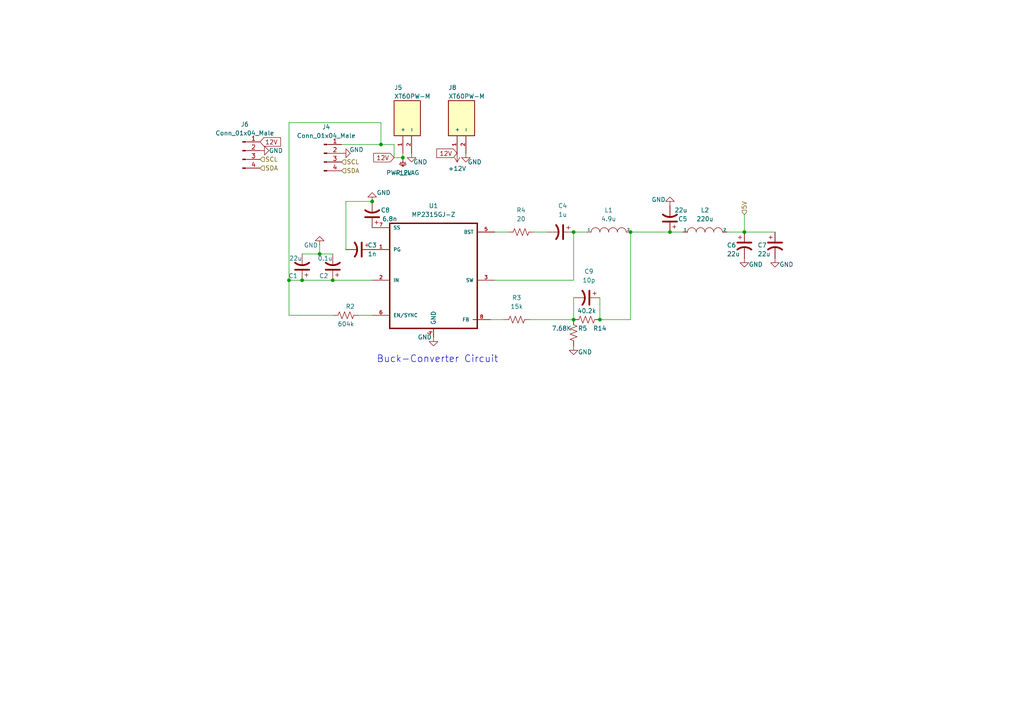
<source format=kicad_sch>
(kicad_sch (version 20211123) (generator eeschema)
  (paper "A4")
  (lib_symbols
    (symbol "Connector:Conn_01x04_Male" (pin_names (offset 1.016) hide)
      (property "Reference" "J" (at 0 5.08 0))
      (property "Value" "Conn_01x04_Male" (at 0 -7.62 0))
      (symbol "Conn_01x04_Male_1_1"
        (polyline (pts (xy 1.27 -5.08) (xy 0.8636 -5.08)) (stroke (width 0.1524)))
        (polyline (pts (xy 1.27 -2.54) (xy 0.8636 -2.54)) (stroke (width 0.1524)))
        (polyline (pts (xy 1.27 0) (xy 0.8636 0)) (stroke (width 0.1524)))
        (polyline (pts (xy 1.27 2.54) (xy 0.8636 2.54)) (stroke (width 0.1524)))
        (rectangle (start 0.8636 -4.953) (end 0 -5.207) (stroke (width 0.1524)) (fill (type outline)))
        (rectangle (start 0.8636 -2.413) (end 0 -2.667) (stroke (width 0.1524)) (fill (type outline)))
        (rectangle (start 0.8636 0.127) (end 0 -0.127) (stroke (width 0.1524)) (fill (type outline)))
        (rectangle (start 0.8636 2.667) (end 0 2.413) (stroke (width 0.1524)) (fill (type outline)))
        (pin passive line (at 5.08 2.54 180) (length 3.81) (name "Pin_1") (number "1"))
        (pin passive line (at 5.08 0 180) (length 3.81) (name "Pin_2") (number "2"))
        (pin passive line (at 5.08 -2.54 180) (length 3.81) (name "Pin_3") (number "3"))
        (pin passive line (at 5.08 -5.08 180) (length 3.81) (name "Pin_4") (number "4"))
      )
    )
    (symbol "Device:C_Polarized_US" (pin_numbers hide) (pin_names (offset 0.254) hide)
      (property "Reference" "C" (at 0.635 2.54 0))
      (property "Value" "C_Polarized_US" (at 0.635 -2.54 0))
      (symbol "C_Polarized_US_0_1"
        (polyline (pts (xy -2.032 0.762) (xy 2.032 0.762)) (stroke (width 0.508)))
        (polyline (pts (xy -1.778 2.286) (xy -0.762 2.286)))
        (polyline (pts (xy -1.27 1.778) (xy -1.27 2.794)))
        (arc (start 2.032 -1.27) (mid 0 -0.5572) (end -2.032 -1.27) (stroke (width 0.508)))
      )
      (symbol "C_Polarized_US_1_1"
        (pin passive line (at 0 3.81 270) (length 2.794) (name "~") (number "1"))
        (pin passive line (at 0 -3.81 90) (length 3.302) (name "~") (number "2"))
      )
    )
    (symbol "Device:R_US" (pin_numbers hide) (pin_names (offset 0))
      (property "Reference" "R" (at 2.54 0 90))
      (property "Value" "R_US" (at -2.54 0 90))
      (symbol "R_US_0_1"
        (polyline (pts (xy 0 -2.286) (xy 0 -2.54)))
        (polyline (pts (xy 0 2.286) (xy 0 2.54)))
        (polyline (pts (xy 0 -0.762) (xy 1.016 -1.143) (xy 0 -1.524) (xy -1.016 -1.905) (xy 0 -2.286)))
        (polyline (pts (xy 0 0.762) (xy 1.016 0.381) (xy 0 0) (xy -1.016 -0.381) (xy 0 -0.762)))
        (polyline (pts (xy 0 2.286) (xy 1.016 1.905) (xy 0 1.524) (xy -1.016 1.143) (xy 0 0.762)))
      )
      (symbol "R_US_1_1"
        (pin passive line (at 0 3.81 270) (length 1.27) (name "~") (number "1"))
        (pin passive line (at 0 -3.81 90) (length 1.27) (name "~") (number "2"))
      )
    )
    (symbol "MP2315GJ-Z:MP2315GJ-Z" (pin_names (offset 1.016))
      (property "Reference" "U1" (at 0 20.32 0))
      (property "Value" "MP2315GJ-Z" (at 0 17.78 0))
      (symbol "MP2315GJ-Z_0_0"
        (polyline (pts (xy -12.7 -15.24) (xy -12.7 15.24)) (stroke (width 0.4064)))
        (polyline (pts (xy -12.7 15.24) (xy 12.7 15.24)) (stroke (width 0.4064)) (fill (type outline)))
        (polyline (pts (xy 12.7 -15.24) (xy -12.7 -15.24)) (stroke (width 0.4064)))
        (polyline (pts (xy 12.7 15.24) (xy 12.7 -15.24)) (stroke (width 0.4064)))
        (pin input line (at -17.78 7.62 0) (length 5.08) (name "PG") (number "1"))
        (pin power_in line (at -17.78 -1.27 0) (length 5.08) (name "IN") (number "2"))
        (pin bidirectional line (at 17.78 -1.27 180) (length 5.08) (name "SW") (number "3"))
        (pin output line (at 17.78 12.7 180) (length 5.08) (name "BST") (number "5"))
        (pin input line (at -17.78 -11.43 0) (length 5.08) (name "EN/SYNC") (number "6"))
        (pin power_out line (at -17.78 13.97 0) (length 5.08) (name "SS") (number "7"))
        (pin bidirectional line (at 16.51 -12.7 180) (length 5.08) (name "FB") (number "8"))
      )
      (symbol "MP2315GJ-Z_1_1"
        (rectangle (start -12.7 15.24) (end 12.7 -15.24))
        (pin power_out line (at 0 -17.78 90) (length 2.54) (name "GND") (number "4"))
      )
    )
    (symbol "XT60PW-M:XT60PW-M" (pin_names (offset 1.016))
      (property "Reference" "J" (at -5.08 5.715 0))
      (property "Value" "XT60PW-M" (at -5.08 -5.08 0))
      (symbol "XT60PW-M_0_0"
        (rectangle (start -5.08 -2.54) (end 5.08 5.08) (stroke (width 0.254)) (fill (type background)))
        (pin passive line (at -10.16 2.54 0) (length 5.08) (name "+") (number "1"))
        (pin passive line (at -10.16 0 0) (length 5.08) (name "-") (number "2"))
      )
    )
    (symbol "power:+12V" (power) (pin_names (offset 0))
      (property "Value" "+12V" (at 0 3.556 0))
      (symbol "+12V_0_1"
        (polyline (pts (xy -0.762 1.27) (xy 0 2.54)))
        (polyline (pts (xy 0 0) (xy 0 2.54)))
        (polyline (pts (xy 0 2.54) (xy 0.762 1.27)))
      )
      (symbol "+12V_1_1"
        (pin power_in line (at 0 0 90) (length 0) hide (name "+12V") (number "1"))
      )
    )
    (symbol "power:GND" (power) (pin_names (offset 0))
      (property "Value" "GND" (at 0 -3.81 0))
      (symbol "GND_0_1"
        (polyline (pts (xy 0 0) (xy 0 -1.27) (xy 1.27 -1.27) (xy 0 -2.54) (xy -1.27 -1.27) (xy 0 -1.27)))
      )
      (symbol "GND_1_1"
        (pin power_in line (at 0 0 270) (length 0) hide (name "GND") (number "1"))
      )
    )
    (symbol "power:PWR_FLAG" (power) (pin_numbers hide) (pin_names (offset 0) hide)
      (property "Value" "PWR_FLAG" (at 0 3.81 0))
      (symbol "PWR_FLAG_0_0"
        (pin power_out line (at 0 0 90) (length 0) (name "pwr") (number "1"))
      )
      (symbol "PWR_FLAG_0_1"
        (polyline (pts (xy 0 0) (xy 0 1.27) (xy -1.016 1.905) (xy 0 2.54) (xy 1.016 1.905) (xy 0 1.27)))
      )
    )
    (symbol "pspice:INDUCTOR" (pin_numbers hide) (pin_names (offset 0))
      (property "Reference" "L" (at 0 2.54 0))
      (property "Value" "INDUCTOR" (at 0 -1.27 0))
      (symbol "INDUCTOR_0_1"
        (arc (start -2.54 0) (mid -3.81 1.27) (end -5.08 0))
        (arc (start 0 0) (mid -1.27 1.27) (end -2.54 0))
        (arc (start 2.54 0) (mid 1.27 1.27) (end 0 0))
        (arc (start 5.08 0) (mid 3.81 1.27) (end 2.54 0))
      )
      (symbol "INDUCTOR_1_1"
        (pin input line (at -6.35 0 0) (length 1.27) (name "1") (number "1"))
        (pin input line (at 6.35 0 180) (length 1.27) (name "2") (number "2"))
      )
    )
  )
  (junction (at 110.49 41.91))
  (junction (at 83.82 81.28))
  (junction (at 194.31 67.31))
  (junction (at 87.63 81.28))
  (junction (at 173.99 92.71))
  (junction (at 107.95 58.42))
  (junction (at 215.9 67.31))
  (junction (at 116.84 45.72))
  (junction (at 96.52 81.28))
  (junction (at 92.71 73.66))
  (junction (at 166.37 67.31))
  (junction (at 166.37 92.71))
  (junction (at 182.88 67.31))
  (wire (pts (xy 182.88 92.71) (xy 173.99 92.71)))
  (wire (pts (xy 87.63 73.66) (xy 92.71 73.66)))
  (wire (pts (xy 154.94 67.31) (xy 158.75 67.31)))
  (wire (pts (xy 96.52 81.28) (xy 107.95 81.28)))
  (wire (pts (xy 92.71 71.12) (xy 92.71 73.66)))
  (wire (pts (xy 182.88 67.31) (xy 182.88 92.71)))
  (wire (pts (xy 173.99 86.36) (xy 173.99 92.71)))
  (wire (pts (xy 104.14 91.44) (xy 107.95 91.44)))
  (wire (pts (xy 166.37 67.31) (xy 170.18 67.31)))
  (wire (pts (xy 114.3 41.91) (xy 114.3 45.72)))
  (wire (pts (xy 143.51 81.28) (xy 166.37 81.28)))
  (wire (pts (xy 110.49 41.91) (xy 114.3 41.91)))
  (wire (pts (xy 166.37 86.36) (xy 166.37 92.71)))
  (wire (pts (xy 143.51 67.31) (xy 147.32 67.31)))
  (wire (pts (xy 83.82 35.56) (xy 110.49 35.56)))
  (wire (pts (xy 83.82 35.56) (xy 83.82 81.28)))
  (wire (pts (xy 116.84 44.45) (xy 116.84 45.72)))
  (wire (pts (xy 100.33 58.42) (xy 107.95 58.42)))
  (wire (pts (xy 92.71 73.66) (xy 96.52 73.66)))
  (wire (pts (xy 194.31 67.31) (xy 198.12 67.31)))
  (wire (pts (xy 215.9 62.23) (xy 215.9 67.31)))
  (wire (pts (xy 99.06 41.91) (xy 110.49 41.91)))
  (wire (pts (xy 114.3 45.72) (xy 116.84 45.72)))
  (wire (pts (xy 87.63 81.28) (xy 96.52 81.28)))
  (wire (pts (xy 182.88 67.31) (xy 194.31 67.31)))
  (wire (pts (xy 83.82 91.44) (xy 83.82 81.28)))
  (wire (pts (xy 110.49 35.56) (xy 110.49 41.91)))
  (wire (pts (xy 146.05 92.71) (xy 142.24 92.71)))
  (wire (pts (xy 153.67 92.71) (xy 166.37 92.71)))
  (wire (pts (xy 96.52 91.44) (xy 83.82 91.44)))
  (wire (pts (xy 215.9 67.31) (xy 224.79 67.31)))
  (wire (pts (xy 83.82 81.28) (xy 87.63 81.28)))
  (wire (pts (xy 100.33 72.39) (xy 100.33 58.42)))
  (wire (pts (xy 210.82 67.31) (xy 215.9 67.31)))
  (wire (pts (xy 166.37 81.28) (xy 166.37 67.31)))
  (text "Buck-Converter Circuit" (at 109.22 105.41 0) (effects (font (size 2 2)) (justify left bottom)))
  (global_label "12V" (shape input) (at 114.3 45.72 180) (property "Intersheet References" "${INTERSHEET_REFS}" (effects hide)))
  (global_label "12V" (shape input) (at 75.438 41.148 0) (property "Intersheet References" "${INTERSHEET_REFS}" (effects hide)))
  (global_label "12V" (shape input) (at 132.588 44.45 180) (property "Intersheet References" "${INTERSHEET_REFS}" (effects hide)))
  (hierarchical_label "SCL" (shape input) (at 75.438 46.228 0))
  (hierarchical_label "SDA" (shape input) (at 99.06 49.53 0))
  (hierarchical_label "SDA" (shape input) (at 75.438 48.768 0))
  (hierarchical_label "5V" (shape input) (at 215.9 62.23 90))
  (hierarchical_label "SCL" (shape input) (at 99.06 46.99 0))
  (symbol (lib_id "power:GND") (at 119.38 44.45 0) (unit 1)
    (property "Reference" "#PWR0102" (effects hide))
    (property "Value" "GND" (at 121.92 46.99 0))
  )
  (symbol (lib_id "power:GND") (at 99.06 44.45 90) (unit 1)
    (property "Reference" "#PWR0106" (effects hide))
    (property "Value" "GND" (at 101.346 43.434 90) (effects (justify right)))
  )
  (symbol (lib_id "Device:C_Polarized_US") (at 224.79 71.12 0) (unit 1)
    (property "Reference" "C7" (at 219.71 71.12 0) (effects (justify left)))
    (property "Value" "22u" (at 219.71 73.66 0) (effects (justify left)))
    (property "Footprint" "Capacitor_SMD:C_1210_3225Metric_Pad1.33x2.70mm_HandSolder" (effects hide))
  )
  (symbol (lib_id "power:+12V") (at 132.588 44.45 180) (unit 1)
    (property "Reference" "#PWR0110" (effects hide))
    (property "Value" "~" (at 132.588 48.895 0))
  )
  (symbol (lib_id "Device:R_US") (at 170.18 92.71 270) (unit 1)
    (property "Reference" "R14" (at 173.99 95.25 90))
    (property "Value" "40.2k" (at 170.18 90.17 90))
    (property "Footprint" "Resistor_SMD:R_0805_2012Metric_Pad1.20x1.40mm_HandSolder" (effects hide))
  )
  (symbol (lib_id "XT60PW-M:XT60PW-M") (at 135.128 34.29 90) (unit 1)
    (property "Reference" "J8" (at 130.048 25.4 90) (effects (justify right)))
    (property "Value" "XT60PW-M" (at 130.048 27.94 90) (effects (justify right)))
    (property "Footprint" ".pretty:AMASS_XT60PW-M" (effects hide))
    (property "STANDARD" "Manufacturer recommendations" (effects hide))
    (property "PARTREV" "V1.2" (effects hide))
    (property "MANUFACTURER" "AMASS" (effects hide))
    (property "MAXIMUM_PACKAGE_HEIGHT" "8.4 mm" (effects hide))
  )
  (symbol (lib_id "Device:R_US") (at 151.13 67.31 90) (unit 1)
    (property "Reference" "R4" (at 151.13 60.96 90))
    (property "Value" "20" (at 151.13 63.5 90))
    (property "Footprint" "Resistor_SMD:R_0603_1608Metric_Pad0.98x0.95mm_HandSolder" (effects hide))
  )
  (symbol (lib_id "Device:C_Polarized_US") (at 162.56 67.31 270) (unit 1)
    (property "Reference" "C4" (at 163.195 59.69 90))
    (property "Value" "1u" (at 163.195 62.23 90))
    (property "Footprint" "Capacitor_SMD:C_0603_1608Metric_Pad1.08x0.95mm_HandSolder" (effects hide))
  )
  (symbol (lib_id "power:GND") (at 215.9 74.93 0) (unit 1)
    (property "Reference" "#PWR0112" (effects hide))
    (property "Value" "GND" (at 219.202 76.708 0))
  )
  (symbol (lib_id "power:GND") (at 166.37 100.33 0) (unit 1)
    (property "Reference" "#PWR0114" (effects hide))
    (property "Value" "GND" (at 169.672 102.108 0))
  )
  (symbol (lib_id "power:GND") (at 224.79 74.93 0) (unit 1)
    (property "Reference" "#PWR0113" (effects hide))
    (property "Value" "GND" (at 228.092 76.708 0))
  )
  (symbol (lib_id "power:GND") (at 92.71 71.12 180) (unit 1)
    (property "Reference" "#PWR0103" (effects hide))
    (property "Value" "GND" (at 90.17 71.12 0))
  )
  (symbol (lib_id "MP2315GJ-Z:MP2315GJ-Z") (at 125.73 80.01 0) (unit 1)
    (property "Reference" "U1" (at 125.73 59.69 0))
    (property "Value" "MP2315GJ-Z" (at 125.73 62.23 0))
    (property "Footprint" ".pretty:MP2393GTL-P" (effects hide))
    (property "Datasheet" "https://www.monolithicpower.com/en/documentview/productdocument/index/version/2/document_type/Datasheet/lang/en/sku/MP2315/document_id/513" (effects hide))
    (property "Order" "https://www.mouser.com/ProductDetail/Monolithic-Power-Systems-MPS/MP2393GTL-Z?qs=YCa%2FAAYMW02wfKsqEy92eA%3D%3D" (effects hide))
  )
  (symbol (lib_id "Device:R_US") (at 100.33 91.44 90) (unit 1)
    (property "Reference" "R2" (at 101.6 88.9 90))
    (property "Value" "604k" (at 100.33 93.98 90))
    (property "Footprint" "Resistor_SMD:R_1206_3216Metric_Pad1.30x1.75mm_HandSolder" (effects hide))
  )
  (symbol (lib_id "Device:R_US") (at 166.37 96.52 180) (unit 1)
    (property "Reference" "R5" (at 167.64 95.25 0) (effects (justify right)))
    (property "Value" "7.68K" (at 160.02 95.25 0) (effects (justify right)))
    (property "Footprint" "Resistor_SMD:R_0805_2012Metric_Pad1.20x1.40mm_HandSolder" (effects hide))
  )
  (symbol (lib_id "power:PWR_FLAG") (at 116.84 45.72 180) (unit 1)
    (property "Reference" "#FLG0101" (effects hide))
    (property "Value" "PWR_FLAG" (at 116.84 50.1142 0))
  )
  (symbol (lib_id "power:GND") (at 107.95 58.42 180) (unit 1)
    (property "Reference" "#PWR0101" (effects hide))
    (property "Value" "GND" (at 109.22 55.88 0) (effects (justify right)))
  )
  (symbol (lib_id "pspice:INDUCTOR") (at 204.47 67.31 0) (unit 1)
    (property "Reference" "L2" (at 204.47 60.96 0))
    (property "Value" "220u" (at 204.47 63.5 0))
    (property "Footprint" ".pretty:IND_AIRD-02-151K" (effects hide))
    (property "Datasheet" "https://search.murata.co.jp/Ceramy/image/img/P02A/kmp_1400.pdf" (effects hide))
    (property "Order" "https://www.digikey.com/en/products/detail/murata-power-solutions-inc/1422435C/1924834" (effects hide))
  )
  (symbol (lib_id "power:GND") (at 125.73 97.79 0) (unit 1)
    (property "Reference" "#PWR0104" (effects hide))
    (property "Value" "GND" (at 123.19 97.79 0))
  )
  (symbol (lib_id "XT60PW-M:XT60PW-M") (at 119.38 34.29 90) (unit 1)
    (property "Reference" "J5" (at 114.3 25.4 90) (effects (justify right)))
    (property "Value" "XT60PW-M" (at 114.3 27.94 90) (effects (justify right)))
    (property "Footprint" ".pretty:AMASS_XT60PW-M" (effects hide))
    (property "STANDARD" "Manufacturer recommendations" (effects hide))
    (property "PARTREV" "V1.2" (effects hide))
    (property "MANUFACTURER" "AMASS" (effects hide))
    (property "MAXIMUM_PACKAGE_HEIGHT" "8.4 mm" (effects hide))
  )
  (symbol (lib_id "power:GND") (at 75.438 43.688 90) (unit 1)
    (property "Reference" "#PWR0117" (effects hide))
    (property "Value" "GND" (at 77.978 43.688 90) (effects (justify right)))
  )
  (symbol (lib_id "Device:C_Polarized_US") (at 87.63 77.47 180) (unit 1)
    (property "Reference" "C1" (at 86.36 80.01 0) (effects (justify left)))
    (property "Value" "22u" (at 87.63 74.93 0) (effects (justify left)))
    (property "Footprint" "Capacitor_SMD:C_1210_3225Metric_Pad1.33x2.70mm_HandSolder" (effects hide))
  )
  (symbol (lib_id "power:+12V") (at 116.84 45.72 180) (unit 1)
    (property "Reference" "#PWR0105" (effects hide))
    (property "Value" "~" (at 116.84 50.165 0))
  )
  (symbol (lib_id "Connector:Conn_01x04_Male") (at 93.98 44.45 0) (unit 1)
    (property "Reference" "J4" (at 94.615 36.83 0))
    (property "Value" "Conn_01x04_Male" (at 94.615 39.37 0))
    (property "Footprint" "Connector_PinHeader_2.54mm:PinHeader_1x04_P2.54mm_Vertical" (effects hide))
  )
  (symbol (lib_id "power:GND") (at 194.31 59.69 180) (unit 1)
    (property "Reference" "#PWR0115" (effects hide))
    (property "Value" "GND" (at 191.008 57.912 0))
  )
  (symbol (lib_id "Device:C_Polarized_US") (at 104.14 72.39 270) (unit 1)
    (property "Reference" "C3" (at 107.95 71.12 90))
    (property "Value" "1n" (at 107.95 73.66 90))
    (property "Footprint" "Capacitor_SMD:C_0603_1608Metric_Pad1.08x0.95mm_HandSolder" (effects hide))
  )
  (symbol (lib_id "power:GND") (at 135.128 44.45 0) (unit 1)
    (property "Reference" "#PWR0116" (effects hide))
    (property "Value" "GND" (at 137.668 46.99 0))
  )
  (symbol (lib_id "Device:C_Polarized_US") (at 107.95 62.23 180) (unit 1)
    (property "Reference" "C8" (at 111.76 60.96 0))
    (property "Value" "6.8n" (at 113.03 63.5 0))
    (property "Footprint" "Capacitor_SMD:C_0603_1608Metric_Pad1.08x0.95mm_HandSolder" (effects hide))
  )
  (symbol (lib_id "Device:C_Polarized_US") (at 215.9 71.12 0) (unit 1)
    (property "Reference" "C6" (at 210.82 71.12 0) (effects (justify left)))
    (property "Value" "22u" (at 210.82 73.66 0) (effects (justify left)))
    (property "Footprint" "Capacitor_SMD:C_1210_3225Metric_Pad1.33x2.70mm_HandSolder" (effects hide))
  )
  (symbol (lib_id "Connector:Conn_01x04_Male") (at 70.358 43.688 0) (unit 1)
    (property "Reference" "J6" (at 70.993 36.068 0))
    (property "Value" "Conn_01x04_Male" (at 70.993 38.608 0))
    (property "Footprint" "Connector_PinHeader_2.54mm:PinHeader_1x04_P2.54mm_Vertical" (effects hide))
  )
  (symbol (lib_id "Device:R_US") (at 149.86 92.71 90) (unit 1)
    (property "Reference" "R3" (at 149.86 86.36 90))
    (property "Value" "15k" (at 149.86 88.9 90))
    (property "Footprint" "Resistor_SMD:R_0805_2012Metric_Pad1.20x1.40mm_HandSolder" (effects hide))
  )
  (symbol (lib_id "Device:C_Polarized_US") (at 170.18 86.36 270) (unit 1)
    (property "Reference" "C9" (at 170.815 78.74 90))
    (property "Value" "10p" (at 170.815 81.28 90))
    (property "Footprint" "Capacitor_SMD:C_0603_1608Metric_Pad1.08x0.95mm_HandSolder" (effects hide))
  )
  (symbol (lib_id "Device:C_Polarized_US") (at 96.52 77.47 180) (unit 1)
    (property "Reference" "C2" (at 95.25 80.01 0) (effects (justify left)))
    (property "Value" "0.1u" (at 96.52 74.93 0) (effects (justify left)))
    (property "Footprint" "Capacitor_SMD:C_1210_3225Metric_Pad1.33x2.70mm_HandSolder" (effects hide))
  )
  (symbol (lib_id "Device:C_Polarized_US") (at 194.31 63.5 180) (unit 1)
    (property "Reference" "C5" (at 199.39 63.5 0) (effects (justify left)))
    (property "Value" "22u" (at 199.39 60.96 0) (effects (justify left)))
    (property "Footprint" "Capacitor_SMD:C_1210_3225Metric_Pad1.33x2.70mm_HandSolder" (effects hide))
  )
  (symbol (lib_id "pspice:INDUCTOR") (at 176.53 67.31 0) (unit 1)
    (property "Reference" "L1" (at 176.53 60.96 0))
    (property "Value" "4.9u" (at 176.53 63.5 0))
    (property "Footprint" ".pretty:744777004" (effects hide))
    (property "Datasheet" "https://www.eaton.com/content/dam/eaton/products/electronic-components/resources/data-sheet/eaton-sd7030-shielded-drum-core-power-inductors-data-sheet.pdf" (effects hide))
    (property "order" "https://www.mouser.com/ProductDetail/Coiltronics-Eaton/SD7030-5R0-R?qs=ybuMVFYFgVIfIkMqqaGZig%3D%3D" (effects hide))
  )
)
</source>
